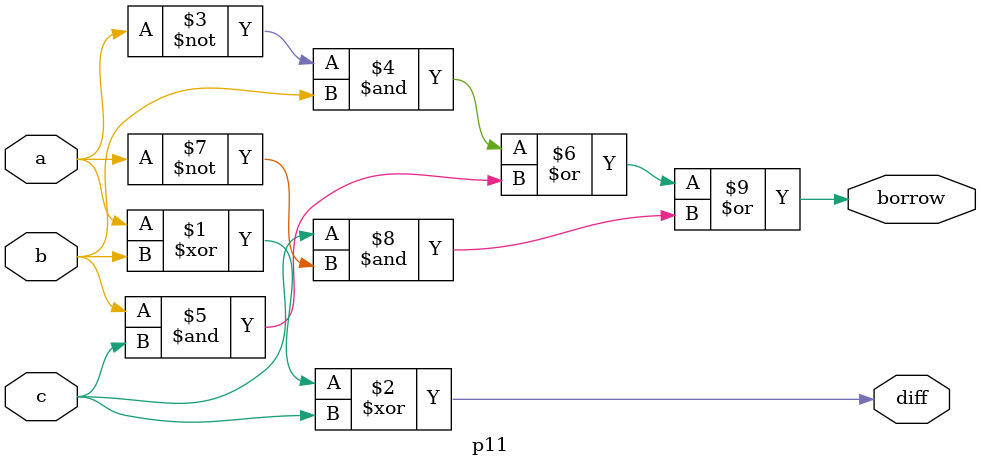
<source format=v>
`timescale 1ns / 1ps
module p11(
    input a,
    input b,
    input c,
    output diff,
    output borrow
    );
	assign diff = a ^ b ^ c;
	assign borrow = ((~a)&b)|(b&c)|(c&(~a));
endmodule

</source>
